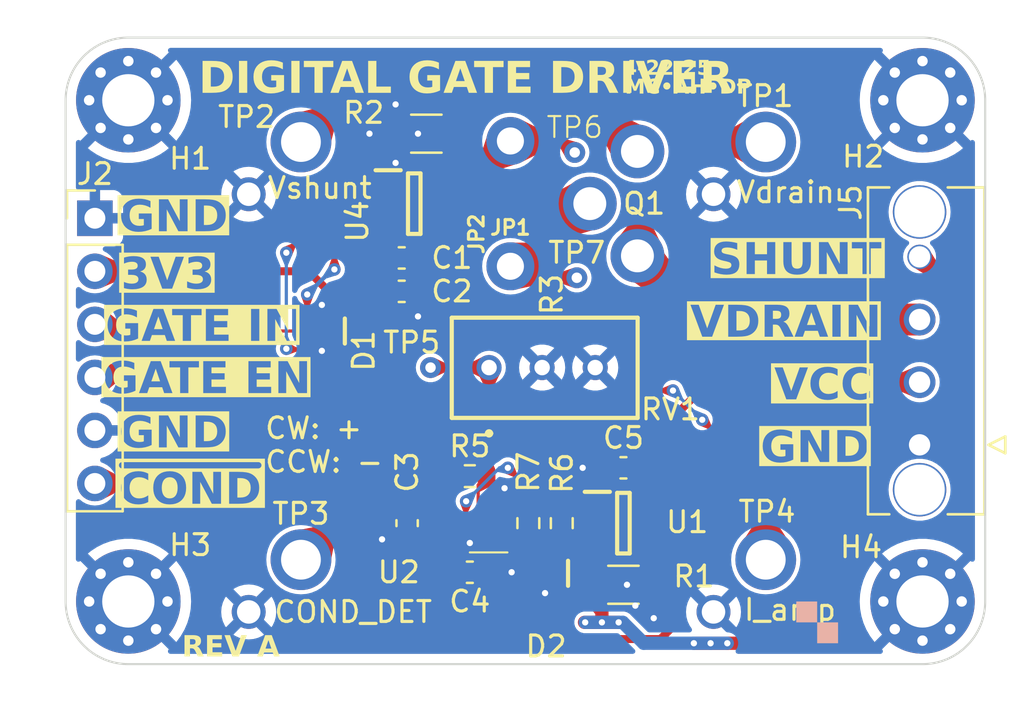
<source format=kicad_pcb>
(kicad_pcb (version 20240108) (generator "pcbnew") (generator_version "8.0")
  (layers (0 "F.Cu" signal) (31 "B.Cu" signal) (34 "B.Paste" user) (35 "F.Paste" user) (36 "B.SilkS" user "B.Silkscreen") (37 "F.SilkS" user "F.Silkscreen") (38 "B.Mask" user) (39 "F.Mask" user) (44 "Edge.Cuts" user))
  (net 0 "")
  (net 1 "GND")
  (net 2 "VCC")
  (net 3 "+3V3")
  (net 4 "/CONDUCTION_DETECT")
  (net 5 "/GATE_IN")
  (net 6 "/GATE_EN")
  (net 10 "/CURRENT_AMP")
  (net 11 "/SECONDARY_SHUNT+")
  (net 12 "/Vdrain")
  (net 13 "Net-(JP1-A)")
  (net 14 "Net-(JP1-B)")
  (net 15 "Net-(JP2-A)")
  (net 16 "Net-(Q1-S)")
  (net 17 "/Vref")
  (net 18 "Net-(R6-Pad2)")
  (footprint "MountingHole:MountingHole_2.5mm_Pad_Via" (layer "F.Cu") (at 136.140001 102.799998)
    (property "Reference" "H3" (at 2.959999 -2.699998 0) (layer "F.SilkS"))
    (property "Value" "MountingHole_Pad" (hide yes))
    (pad "1" thru_hole circle (at -1.875 0) (size 0.8 0.8) (drill 0.5) (layers "*.Cu" "*.Mask") (net 1 "GND"))
    (pad "1" thru_hole circle (at -1.325825 -1.325825) (size 0.8 0.8) (drill 0.5) (layers "*.Cu" "*.Mask") (net 1 "GND"))
    (pad "1" thru_hole circle (at -1.325825 1.325825) (size 0.8 0.8) (drill 0.5) (layers "*.Cu" "*.Mask") (net 1 "GND"))
    (pad "1" thru_hole circle (at 0 -1.875) (size 0.8 0.8) (drill 0.5) (layers "*.Cu" "*.Mask") (net 1 "GND"))
    (pad "1" thru_hole circle (at 0 0) (size 5 5) (drill 2.5) (layers "*.Cu" "*.Mask") (net 1 "GND"))
    (pad "1" thru_hole circle (at 0 1.875) (size 0.8 0.8) (drill 0.5) (layers "*.Cu" "*.Mask") (net 1 "GND"))
    (pad "1" thru_hole circle (at 1.325825 -1.325825) (size 0.8 0.8) (drill 0.5) (layers "*.Cu" "*.Mask") (net 1 "GND"))
    (pad "1" thru_hole circle (at 1.325825 1.325825) (size 0.8 0.8) (drill 0.5) (layers "*.Cu" "*.Mask") (net 1 "GND"))
    (pad "1" thru_hole circle (at 1.875 0) (size 0.8 0.8) (drill 0.5) (layers "*.Cu" "*.Mask") (net 1 "GND"))
  )
  (footprint "digital-gate-driver:TP_SMD" (layer "F.Cu") (at 150.6 91.6)
    (property "Reference" "TP5" (at -0.9 -1.2 0) (layer "F.SilkS"))
    (property "Value" "TestPoint_Probe" (hide yes))
    (pad "1" thru_hole circle (at 0 0) (size 1 1) (drill 0.5) (layers "*.Cu" "*.Mask") (net 17 "/Vref"))
  )
  (footprint "digital-gate-driver:ESDALC6V1W5" (layer "F.Cu") (at 145.4 90.8 -90)
    (property "Reference" "D1" (at 0 -2 90) (layer "F.SilkS"))
    (property "Value" "ESDALC6V1W5" (hide yes))
    (fp_line (start -1.55 -1.1) (end -0.35 -1.1) (stroke (width 0.2)) (layer "F.SilkS"))
    (pad "1" smd rect (at -0.95 -0.65) (size 0.4 1.2) (layers "F.Cu" "F.Paste" "F.Mask") (net 3 "+3V3"))
    (pad "2" smd rect (at -0.95 0) (size 0.4 1.2) (layers "F.Cu" "F.Paste" "F.Mask") (net 1 "GND"))
    (pad "3" smd rect (at -0.95 0.65) (size 0.4 1.2) (layers "F.Cu" "F.Paste" "F.Mask") (net 5 "/GATE_IN"))
    (pad "4" smd rect (at 0.95 0.65) (size 0.4 1.2) (layers "F.Cu" "F.Paste" "F.Mask") (net 6 "/GATE_EN"))
    (pad "5" smd rect (at 0.95 -0.65) (size 0.4 1.2) (layers "F.Cu" "F.Paste" "F.Mask") (net 4 "/CONDUCTION_DETECT"))
  )
  (footprint "digital-gate-driver:TP_SCOPE" (layer "F.Cu") (at 166.64 100.799999)
    (property "Reference" "TP4" (at 0.06 -2.299999 0) (layer "F.SilkS"))
    (property "Value" "~" (hide yes))
    (pad "1" thru_hole circle (at 0 0) (size 2.905 2.905) (drill 1.905) (layers "*.Cu" "*.Mask") (net 10 "/CURRENT_AMP"))
    (pad "2" thru_hole circle (at -2.5 2.5) (size 1.623 1.623) (drill 1.123) (layers "*.Cu" "*.Mask") (net 1 "GND"))
  )
  (footprint "Connector_PinHeader_2.54mm:PinHeader_1x06_P2.54mm_Vertical" (layer "F.Cu") (at 134.54 84.45)
    (property "Reference" "J2" (at 0 -2.12 0) (layer "F.SilkS"))
    (property "Value" "Conn_01x06_Pin" (hide yes))
    (fp_line (start -1.33 -1.33) (end 0 -1.33) (stroke (width 0.12)) (layer "F.SilkS"))
    (fp_line (start -1.33 0) (end -1.33 -1.33) (stroke (width 0.12)) (layer "F.SilkS"))
    (fp_line (start -1.33 1.27) (end -1.33 14.03) (stroke (width 0.12)) (layer "F.SilkS"))
    (fp_line (start -1.33 1.27) (end 1.33 1.27) (stroke (width 0.12)) (layer "F.SilkS"))
    (fp_line (start -1.33 14.03) (end 1.33 14.03) (stroke (width 0.12)) (layer "F.SilkS"))
    (fp_line (start 1.33 1.27) (end 1.33 14.03) (stroke (width 0.12)) (layer "F.SilkS"))
    (pad "1" thru_hole rect (at 0 0) (size 1.7 1.7) (drill 1) (layers "*.Cu" "*.Mask") (net 1 "GND"))
    (pad "2" thru_hole oval (at 0 2.54) (size 1.7 1.7) (drill 1) (layers "*.Cu" "*.Mask") (net 3 "+3V3"))
    (pad "3" thru_hole oval (at 0 5.08) (size 1.7 1.7) (drill 1) (layers "*.Cu" "*.Mask") (net 5 "/GATE_IN"))
    (pad "4" thru_hole oval (at 0 7.62) (size 1.7 1.7) (drill 1) (layers "*.Cu" "*.Mask") (net 6 "/GATE_EN"))
    (pad "5" thru_hole oval (at 0 10.16) (size 1.7 1.7) (drill 1) (layers "*.Cu" "*.Mask") (net 1 "GND"))
    (pad "6" thru_hole oval (at 0 12.7) (size 1.7 1.7) (drill 1) (layers "*.Cu" "*.Mask") (net 4 "/CONDUCTION_DETECT"))
  )
  (footprint "digital-gate-driver:TLV1871DDFR" (layer "F.Cu") (at 152.48 99.05 180)
    (property "Reference" "U2" (at 3.4 -2.35 0) (layer "F.SilkS"))
    (property "Value" "TLV1871" (hide yes))
    (fp_line (start 0 -1.4) (end -1.8 -1.4) (stroke (width 0.1)) (layer "F.SilkS"))
    (pad "1" smd roundrect (at -1.3 -0.975 180) (size 1.05 0.45) (layers "F.Cu" "F.Paste" "F.Mask") (roundrect_rratio 0.1111111111) (net 1 "GND"))
    (pad "2" smd roundrect (at -1.3 -0.325 180) (size 1.05 0.45) (layers "F.Cu" "F.Paste" "F.Mask") (roundrect_rratio 0.1111111111) (net 10 "/CURRENT_AMP"))
    (pad "3" smd roundrect (at -1.3 0.325 180) (size 1.05 0.45) (layers "F.Cu" "F.Paste" "F.Mask") (roundrect_rratio 0.1111111111) (net 17 "/Vref"))
    (pad "4" smd roundrect (at -1.3 0.975 180) (size 1.05 0.45) (layers "F.Cu" "F.Paste" "F.Mask") (roundrect_rratio 0.1111111111) (net 1 "GND"))
    (pad "5" smd roundrect (at 1.3 0.975 180) (size 1.05 0.45) (layers "F.Cu" "F.Paste" "F.Mask") (roundrect_rratio 0.1111111111))
    (pad "6" smd roundrect (at 1.3 0.325 180) (size 1.05 0.45) (layers "F.Cu" "F.Paste" "F.Mask") (roundrect_rratio 0.1111111111) (net 3 "+3V3"))
    (pad "7" smd roundrect (at 1.3 -0.325 180) (size 1.05 0.45) (layers "F.Cu" "F.Paste" "F.Mask") (roundrect_rratio 0.1111111111) (net 4 "/CONDUCTION_DETECT"))
    (pad "8" smd roundrect (at 1.3 -0.975 180) (size 1.05 0.45) (layers "F.Cu" "F.Paste" "F.Mask") (roundrect_rratio 0.1111111111) (net 2 "VCC"))
  )
  (footprint "Resistor_SMD:R_1206_3216Metric" (layer "F.Cu") (at 159.83 102)
    (property "Reference" "R1" (at 3.37 -0.4 360) (layer "F.SilkS"))
    (property "Value" "0.05" (hide yes))
    (fp_line (start -0.727064 -0.91) (end 0.727064 -0.91) (stroke (width 0.12)) (layer "F.SilkS"))
    (fp_line (start -0.727064 0.91) (end 0.727064 0.91) (stroke (width 0.12)) (layer "F.SilkS"))
    (pad "1" smd roundrect (at -1.4625 0) (size 1.125 1.75) (layers "F.Cu" "F.Paste" "F.Mask") (roundrect_rratio 0.222222) (net 11 "/SECONDARY_SHUNT+"))
    (pad "2" smd roundrect (at 1.4625 0) (size 1.125 1.75) (layers "F.Cu" "F.Paste" "F.Mask") (roundrect_rratio 0.222222) (net 1 "GND"))
  )
  (footprint "MountingHole:MountingHole_2.5mm_Pad_Via" (layer "F.Cu") (at 174.14 102.799999)
    (property "Reference" "H4" (at -2.94 -2.599999 0) (layer "F.SilkS"))
    (property "Value" "MountingHole_Pad" (hide yes))
    (pad "1" thru_hole circle (at -1.875 0) (size 0.8 0.8) (drill 0.5) (layers "*.Cu" "*.Mask") (net 1 "GND"))
    (pad "1" thru_hole circle (at -1.325825 -1.325825) (size 0.8 0.8) (drill 0.5) (layers "*.Cu" "*.Mask") (net 1 "GND"))
    (pad "1" thru_hole circle (at -1.325825 1.325825) (size 0.8 0.8) (drill 0.5) (layers "*.Cu" "*.Mask") (net 1 "GND"))
    (pad "1" thru_hole circle (at 0 -1.875) (size 0.8 0.8) (drill 0.5) (layers "*.Cu" "*.Mask") (net 1 "GND"))
    (pad "1" thru_hole circle (at 0 0) (size 5 5) (drill 2.5) (layers "*.Cu" "*.Mask") (net 1 "GND"))
    (pad "1" thru_hole circle (at 0 1.875) (size 0.8 0.8) (drill 0.5) (layers "*.Cu" "*.Mask") (net 1 "GND"))
    (pad "1" thru_hole circle (at 1.325825 -1.325825) (size 0.8 0.8) (drill 0.5) (layers "*.Cu" "*.Mask") (net 1 "GND"))
    (pad "1" thru_hole circle (at 1.325825 1.325825) (size 0.8 0.8) (drill 0.5) (layers "*.Cu" "*.Mask") (net 1 "GND"))
    (pad "1" thru_hole circle (at 1.875 0) (size 0.8 0.8) (drill 0.5) (layers "*.Cu" "*.Mask") (net 1 "GND"))
  )
  (footprint "Capacitor_SMD:C_0603_1608Metric" (layer "F.Cu") (at 159.83 96.4)
    (property "Reference" "C5" (at 0 -1.43 0) (layer "F.SilkS"))
    (property "Value" "100nF" (hide yes))
    (fp_line (start -0.14058 -0.51) (end 0.14058 -0.51) (stroke (width 0.12)) (layer "F.SilkS"))
    (fp_line (start -0.14058 0.51) (end 0.14058 0.51) (stroke (width 0.12)) (layer "F.SilkS"))
    (pad "1" smd roundrect (at -0.775 0) (size 0.9 0.95) (layers "F.Cu" "F.Paste" "F.Mask") (net 1 "GND"))
    (pad "2" smd roundrect (at 0.775 0) (size 0.9 0.95) (layers "F.Cu" "F.Paste" "F.Mask") (net 2 "VCC"))
  )
  (footprint "digital-gate-driver:UCC2753DBVT" (layer "F.Cu") (at 149.821726 83.7505)
    (property "Reference" "U4" (at -2.721726 0.8495 90) (layer "F.SilkS"))
    (property "Value" "UCC27531" (hide yes))
    (fp_line (start -1.85 -1.6) (end -0.65 -1.6) (stroke (width 0.2)) (layer "F.SilkS"))
    (fp_line (start -0.3 -1.45) (end 0.3 -1.45) (stroke (width 0.2)) (layer "F.SilkS"))
    (fp_line (start -0.3 1.45) (end -0.3 -1.45) (stroke (width 0.2)) (layer "F.SilkS"))
    (fp_line (start 0.3 -1.45) (end 0.3 1.45) (stroke (width 0.2)) (layer "F.SilkS"))
    (fp_line (start 0.3 1.45) (end -0.3 1.45) (stroke (width 0.2)) (layer "F.SilkS"))
    (pad "1" smd rect (at -1.25 -0.95 90) (size 0.6 1.2) (layers "F.Cu" "F.Paste" "F.Mask") (net 6 "/GATE_EN"))
    (pad "2" smd rect (at -1.25 0 90) (size 0.6 1.2) (layers "F.Cu" "F.Paste" "F.Mask") (net 5 "/GATE_IN"))
    (pad "3" smd rect (at -1.25 0.95 90) (size 0.6 1.2) (layers "F.Cu" "F.Paste" "F.Mask") (net 2 "VCC"))
    (pad "4" smd rect (at 1.25 0.95 90) (size 0.6 1.2) (layers "F.Cu" "F.Paste" "F.Mask") (net 1 "GND"))
    (pad "5" smd rect (at 1.25 0 90) (size 0.6 1.2) (layers "F.Cu" "F.Paste" "F.Mask") (net 13 "Net-(JP1-A)"))
    (pad "6" smd rect (at 1.25 -0.95 90) (size 0.6 1.2) (layers "F.Cu" "F.Paste" "F.Mask") (net 15 "Net-(JP2-A)"))
  )
  (footprint "MountingHole:MountingHole_2.5mm_Pad_Via" (layer "F.Cu") (at 136.14 78.799999)
    (property "Reference" "H1" (at 2.96 2.800001 0) (layer "F.SilkS"))
    (property "Value" "MountingHole_Pad" (hide yes))
    (pad "1" thru_hole circle (at -1.875 0) (size 0.8 0.8) (drill 0.5) (layers "*.Cu" "*.Mask") (net 1 "GND"))
    (pad "1" thru_hole circle (at -1.325825 -1.325825) (size 0.8 0.8) (drill 0.5) (layers "*.Cu" "*.Mask") (net 1 "GND"))
    (pad "1" thru_hole circle (at -1.325825 1.325825) (size 0.8 0.8) (drill 0.5) (layers "*.Cu" "*.Mask") (net 1 "GND"))
    (pad "1" thru_hole circle (at 0 -1.875) (size 0.8 0.8) (drill 0.5) (layers "*.Cu" "*.Mask") (net 1 "GND"))
    (pad "1" thru_hole circle (at 0 0) (size 5 5) (drill 2.5) (layers "*.Cu" "*.Mask") (net 1 "GND"))
    (pad "1" thru_hole circle (at 0 1.875) (size 0.8 0.8) (drill 0.5) (layers "*.Cu" "*.Mask") (net 1 "GND"))
    (pad "1" thru_hole circle (at 1.325825 -1.325825) (size 0.8 0.8) (drill 0.5) (layers "*.Cu" "*.Mask") (net 1 "GND"))
    (pad "1" thru_hole circle (at 1.325825 1.325825) (size 0.8 0.8) (drill 0.5) (layers "*.Cu" "*.Mask") (net 1 "GND"))
    (pad "1" thru_hole circle (at 1.875 0) (size 0.8 0.8) (drill 0.5) (layers "*.Cu" "*.Mask") (net 1 "GND"))
  )
  (footprint "Resistor_SMD:R_0603_1608Metric" (layer "F.Cu") (at 155.28 99.05 90)
    (property "Reference" "R7" (at 2.45 0 90) (layer "F.SilkS"))
    (property "Value" "32k" (hide yes))
    (fp_line (start -0.237258 -0.5225) (end 0.237258 -0.5225) (stroke (width 0.12)) (layer "F.SilkS"))
    (fp_line (start -0.237258 0.5225) (end 0.237258 0.5225) (stroke (width 0.12)) (layer "F.SilkS"))
    (pad "1" smd roundrect (at -0.825 0 90) (size 0.8 0.95) (layers "F.Cu" "F.Paste" "F.Mask") (net 10 "/CURRENT_AMP"))
    (pad "2" smd roundrect (at 0.825 0 90) (size 0.8 0.95) (layers "F.Cu" "F.Paste" "F.Mask") (net 4 "/CONDUCTION_DETECT"))
  )
  (footprint "Resistor_SMD:R_0603_1608Metric" (layer "F.Cu") (at 152.48 96.8)
    (property "Reference" "R5" (at 0 -1.43 0) (layer "F.SilkS"))
    (property "Value" "32k" (hide yes))
    (fp_line (start -0.237258 -0.5225) (end 0.237258 -0.5225) (stroke (width 0.12)) (layer "F.SilkS"))
    (fp_line (start -0.237258 0.5225) (end 0.237258 0.5225) (stroke (width 0.12)) (layer "F.SilkS"))
    (pad "1" smd roundrect (at -0.825 0) (size 0.8 0.95) (layers "F.Cu" "F.Paste" "F.Mask") (net 3 "+3V3"))
    (pad "2" smd roundrect (at 0.825 0) (size 0.8 0.95) (layers "F.Cu" "F.Paste" "F.Mask") (net 17 "/Vref"))
  )
  (footprint "Resistor_SMD:R_0603_1608Metric" (layer "F.Cu") (at 156.88 99.05 90)
    (property "Reference" "R6" (at 2.4 0 90) (layer "F.SilkS"))
    (property "Value" "1k" (hide yes))
    (fp_line (start -0.237258 -0.5225) (end 0.237258 -0.5225) (stroke (width 0.12)) (layer "F.SilkS"))
    (fp_line (start -0.237258 0.5225) (end 0.237258 0.5225) (stroke (width 0.12)) (layer "F.SilkS"))
    (pad "1" smd roundrect (at -0.825 0 90) (size 0.8 0.95) (layers "F.Cu" "F.Paste" "F.Mask") (net 10 "/CURRENT_AMP"))
    (pad "2" smd roundrect (at 0.825 0 90) (size 0.8 0.95) (layers "F.Cu" "F.Paste" "F.Mask") (net 18 "Net-(R6-Pad2)"))
  )
  (footprint "digital-gate-driver:INA180A1IDBVR" (layer "F.Cu") (at 159.83 99.05)
    (property "Reference" "U1" (at 3.05 -0.05 0) (layer "F.SilkS"))
    (property "Value" "INA180A1" (hide yes))
    (fp_line (start -1.85 -1.5) (end -0.65 -1.5) (stroke (width 0.2)) (layer "F.SilkS"))
    (fp_line (start -0.3 -1.45) (end 0.3 -1.45) (stroke (width 0.2)) (layer "F.SilkS"))
    (fp_line (start -0.3 1.45) (end -0.3 -1.45) (stroke (width 0.2)) (layer "F.SilkS"))
    (fp_line (start 0.3 -1.45) (end 0.3 1.45) (stroke (width 0.2)) (layer "F.SilkS"))
    (fp_line (start 0.3 1.45) (end -0.3 1.45) (stroke (width 0.2)) (layer "F.SilkS"))
    (pad "1" smd rect (at -1.25 -0.95 90) (size 0.6 1.2) (layers "F.Cu" "F.Paste" "F.Mask") (net 18 "Net-(R6-Pad2)"))
    (pad "2" smd rect (at -1.25 0 90) (size 0.6 1.2) (layers "F.Cu" "F.Paste" "F.Mask") (net 1 "GND"))
    (pad "3" smd rect (at -1.25 0.95 90) (size 0.6 1.2) (layers "F.Cu" "F.Paste" "F.Mask") (net 11 "/SECONDARY_SHUNT+"))
    (pad "4" smd rect (at 1.25 0.95 90) (size 0.6 1.2) (layers "F.Cu" "F.Paste" "F.Mask") (net 1 "GND"))
    (pad "5" smd rect (at 1.25 -0.95 90) (size 0.6 1.2) (layers "F.Cu" "F.Paste" "F.Mask") (net 2 "VCC"))
  )
  (footprint "Capacitor_SMD:C_0603_1608Metric" (layer "F.Cu") (at 149.48 99.05 90)
    (property "Reference" "C3" (at 2.45 0 90) (layer "F.SilkS"))
    (property "Value" "100nF" (hide yes))
    (fp_line (start -0.14058 -0.51) (end 0.14058 -0.51) (stroke (width 0.12)) (layer "F.SilkS"))
    (fp_line (start -0.14058 0.51) (end 0.14058 0.51) (stroke (width 0.12)) (layer "F.SilkS"))
    (pad "1" smd roundrect (at -0.775 0 90) (size 0.9 0.95) (layers "F.Cu" "F.Paste" "F.Mask") (net 1 "GND"))
    (pad "2" smd roundrect (at 0.775 0 90) (size 0.9 0.95) (layers "F.Cu" "F.Paste" "F.Mask") (net 3 "+3V3"))
  )
  (footprint "Capacitor_SMD:C_0603_1608Metric" (layer "F.Cu") (at 152.48 101.4)
    (property "Reference" "C4" (at 0 1.4 0) (layer "F.SilkS"))
    (property "Value" "100nF" (hide yes))
    (fp_line (start -0.14058 -0.51) (end 0.14058 -0.51) (stroke (width 0.12)) (layer "F.SilkS"))
    (fp_line (start -0.14058 0.51) (end 0.14058 0.51) (stroke (width 0.12)) (layer "F.SilkS"))
    (pad "1" smd roundrect (at -0.775 0) (size 0.9 0.95) (layers "F.Cu" "F.Paste" "F.Mask") (net 2 "VCC"))
    (pad "2" smd roundrect (at 0.775 0) (size 0.9 0.95) (layers "F.Cu" "F.Paste" "F.Mask") (net 1 "GND"))
  )
  (footprint "digital-gate-driver:SolderJumper-2_Open_Hooks0.8x1.8mm" (layer "F.Cu") (at 152.671726 83.2005 90)
    (property "Reference" "JP2" (at -1.9995 0.128274 90) (layer "F.SilkS") (effects (font (size 0.7 0.7))))
    (property "Value" "Jumper_2_Small_Open" (hide yes))
    (pad "1" smd custom (at -0.075 0.3 90) (size 0.1 0.1) (layers "F.Cu" "F.Mask") (net 15 "Net-(JP2-A)") (options (clearance outline) (anchor circle)) (primitives (gr_poly (pts (xy 0.5515 0.1) (xy -0.2485 0.1) (xy -0.2485 -0.345) (xy -0.245 -0.3485) (xy -0.005 -0.3485) (xy -0.0015 -0.345) (arc (start -0.0015 -0.255) (mid 0.044338 -0.144338) (end 0.155 -0.0985)) (arc (start 0.395 -0.0985) (mid 0.505662 -0.144338) (end 0.5515 -0.255))) (width 0) (fill yes))))
    (pad "1" smd custom (at 0.65 -0.05 90) (size 0.1 0.1) (layers "F.Cu" "F.Mask") (net 15 "Net-(JP2-A)") (options (clearance outline) (anchor circle)) (primitives (gr_poly (pts (xy -0.05 -0.025) (xy -0.048097 -0.034567) (xy -0.042678 -0.042678) (xy -0.034567 -0.048097) (xy -0.025 -0.05) (xy 0.025 -0.05) (xy 0.034567 -0.048097) (xy 0.042678 -0.042678) (xy 0.048097 -0.034567) (xy 0.05 -0.025) (xy 0.05 0.025) (xy 0.048097 0.034567) (xy 0.042678 0.042678) (xy 0.034567 0.048097) (xy 0.025 0.05) (xy -0.025 0.05) (xy -0.034567 0.048097) (xy -0.042678 0.042678) (xy -0.048097 0.034567) (xy -0.05 0.025)) (width 0) (fill yes)) (gr_poly (pts (xy -0.1735 0.45) (xy -0.1735 -0.35) (arc (start 0.17 -0.35) (mid 0.226569 -0.326569) (end 0.25 -0.27)) (arc (start 0.25 0.37) (mid 0.226569 0.426569) (end 0.17 0.45))) (width 0) (fill yes))))
    (pad "2" smd custom (at -0.65 -0.025 90) (size 0.1 0.1) (layers "F.Cu" "F.Mask") (net 13 "Net-(JP1-A)") (options (clearance outline) (anchor circle)) (primitives (gr_poly (pts (xy -0.05 -0.025) (xy -0.048097 -0.034567) (xy -0.042678 -0.042678) (xy -0.034567 -0.048097) (xy -0.025 -0.05) (xy 0.025 -0.05) (xy 0.034567 -0.048097) (xy 0.042678 -0.042678) (xy 0.048097 -0.034567) (xy 0.05 -0.025) (xy 0.05 0.025) (xy 0.048097 0.034567) (xy 0.042678 0.042678) (xy 0.034567 0.048097) (xy 0.025 0.05) (xy -0.025 0.05) (xy -0.034567 0.048097) (xy -0.042678 0.042678) (xy -0.048097 0.034567) (xy -0.05 0.025)) (width 0) (fill yes)) (gr_poly (pts (xy 0.1735 -0.375) (xy 0.1735 0.425) (arc (start -0.17 0.425) (mid -0.226569 0.401569) (end -0.25 0.345)) (arc (start -0.25 -0.295) (mid -0.226569 -0.351569) (end -0.17 -0.375))) (width 0) (fill yes))))
    (pad "2" smd custom (at 0.125 -0.275 90) (size 0.1 0.1) (layers "F.Cu" "F.Mask") (net 13 "Net-(JP1-A)") (options (clearance outline) (anchor circle)) (primitives (gr_poly (pts (xy -0.045 0.3235) (xy -0.0485 0.32) (arc (start -0.0485 0.23) (mid -0.094338 0.119338) (end -0.205 0.0735)) (arc (start -0.445 0.0735) (mid -0.555662 0.119338) (end -0.6015 0.23)) (xy -0.6015 -0.125) (xy 0.1985 -0.125) (xy 0.1985 0.32) (xy 0.195 0.3235)) (width 0) (fill yes))))
  )
  (footprint "digital-gate-driver:ESDALC6V1W5" (layer "F.Cu") (at 156.08 102.4 -90)
    (property "Reference" "D2" (at 2.55 -0.05 360) (layer "F.SilkS"))
    (property "Value" "ESDALC6V1W5" (hide yes))
    (fp_line (start -1.55 -1.1) (end -0.35 -1.1) (stroke (width 0.2)) (layer "F.SilkS"))
    (pad "1" smd rect (at -0.95 -0.65) (size 0.4 1.2) (layers "F.Cu" "F.Paste" "F.Mask") (net 10 "/CURRENT_AMP"))
    (pad "2" smd rect (at -0.95 0) (size 0.4 1.2) (layers "F.Cu" "F.Paste" "F.Mask") (net 1 "GND"))
    (pad "3" smd rect (at -0.95 0.65) (size 0.4 1.2) (layers "F.Cu" "F.Paste" "F.Mask"))
    (pad "4" smd rect (at 0.95 0.65) (size 0.4 1.2) (layers "F.Cu" "F.Paste" "F.Mask"))
    (pad "5" smd rect (at 0.95 -0.65) (size 0.4 1.2) (layers "F.Cu" "F.Paste" "F.Mask"))
  )
  (footprint "MountingHole:MountingHole_2.5mm_Pad_Via" (layer "F.Cu") (at 174.14 78.799999)
    (property "Reference" "H2" (at -2.84 2.700001 0) (layer "F.SilkS"))
    (property "Value" "MountingHole_Pad" (hide yes))
    (pad "1" thru_hole circle (at -1.875 0) (size 0.8 0.8) (drill 0.5) (layers "*.Cu" "*.Mask") (net 1 "GND"))
    (pad "1" thru_hole circle (at -1.325825 -1.325825) (size 0.8 0.8) (drill 0.5) (layers "*.Cu" "*.Mask") (net 1 "GND"))
    (pad "1" thru_hole circle (at -1.325825 1.325825) (size 0.8 0.8) (drill 0.5) (layers "*.Cu" "*.Mask") (net 1 "GND"))
    (pad "1" thru_hole circle (at 0 -1.875) (size 0.8 0.8) (drill 0.5) (layers "*.Cu" "*.Mask") (net 1 "GND"))
    (pad "1" thru_hole circle (at 0 0) (size 5 5) (drill 2.5) (layers "*.Cu" "*.Mask") (net 1 "GND"))
    (pad "1" thru_hole circle (at 0 1.875) (size 0.8 0.8) (drill 0.5) (layers "*.Cu" "*.Mask") (net 1 "GND"))
    (pad "1" thru_hole circle (at 1.325825 -1.325825) (size 0.8 0.8) (drill 0.5) (layers "*.Cu" "*.Mask") (net 1 "GND"))
    (pad "1" thru_hole circle (at 1.325825 1.325825) (size 0.8 0.8) (drill 0.5) (layers "*.Cu" "*.Mask") (net 1 "GND"))
    (pad "1" thru_hole circle (at 1.875 0) (size 0.8 0.8) (drill 0.5) (layers "*.Cu" "*.Mask") (net 1 "GND"))
  )
  (footprint "Capacitor_SMD:C_0603_1608Metric" (layer "F.Cu") (at 149.221726 86.3505)
    (property "Reference" "C1" (at 2.4 0 0) (layer "F.SilkS"))
    (property "Value" "100nF" (hide yes))
    (fp_line (start -0.14058 -0.51) (end 0.14058 -0.51) (stroke (width 0.12)) (layer "F.SilkS"))
    (fp_line (start -0.14058 0.51) (end 0.14058 0.51) (stroke (width 0.12)) (layer "F.SilkS"))
    (pad "1" smd roundrect (at -0.775 0) (size 0.9 0.95) (layers "F.Cu" "F.Paste" "F.Mask") (net 2 "VCC"))
    (pad "2" smd roundrect (at 0.775 0) (size 0.9 0.95) (layers "F.Cu" "F.Paste" "F.Mask") (net 1 "GND"))
  )
  (footprint "digital-gate-driver:THT_SOCKET_RESISTOR" (layer "F.Cu") (at 154.421726 83.7505 -90)
    (property "Reference" "R3" (at 4.3495 -1.978274 90) (layer "F.SilkS"))
    (property "Value" "33" (hide yes))
    (pad "1" thru_hole circle (at -3 0 270) (size 2.2954 2.2954) (drill 1.2954) (layers "*.Cu" "*.Mask") (net 15 "Net-(JP2-A)"))
    (pad "2" thru_hole circle (at 3 0 270) (size 2.2954 2.2954) (drill 1.2954) (layers "*.Cu" "*.Mask") (net 14 "Net-(JP1-B)"))
  )
  (footprint "digital-gate-driver:PV36W201C01B00" (layer "F.Cu") (at 153.4 91.6 -90)
    (property "Reference" "RV1" (at 2 -8.68 180) (layer "F.SilkS"))
    (property "Value" "2k" (hide yes))
    (fp_line (start -2.389 1.784) (end -2.389 -7.11) (stroke (width 0.2)) (layer "F.SilkS"))
    (fp_line (start 2.41 1.784) (end -2.389 1.784) (stroke (width 0.2)) (layer "F.SilkS"))
    (fp_line (start 3.151 0.1) (end 3.151 0.1) (stroke (width 0.2)) (layer "F.SilkS"))
    (fp_line (start 3.151 -0.1) (end 3.151 -0.1) (stroke (width 0.2)) (layer "F.SilkS"))
    (fp_line (start -2.389 -7.11) (end 2.41 -7.11) (stroke (width 0.2)) (layer "F.SilkS"))
    (fp_line (start 2.41 -7.11) (end 2.41 1.784) (stroke (width 0.2)) (layer "F.SilkS"))
    (fp_arc (start 3.151 0.1) (mid 3.051 0) (end 3.151 -0.1) (stroke (width 0.2)) (layer "F.SilkS"))
    (fp_arc (start 3.151 -0.1) (mid 3.251 0) (end 3.151 0.1) (stroke (width 0.2)) (layer "F.SilkS"))
    (pad "1" thru_hole circle (at 0 0 270) (size 1.2 1.2) (drill 0.74) (layers "*.Cu" "*.Mask") (net 17 "/Vref"))
    (pad "2" thru_hole circle (at 0 -2.54 270) (size 1.2 1.2) (drill 0.74) (layers "*.Cu" "*.Mask") (net 1 "GND"))
    (pad "3" thru_hole circle (at 0 -5.08 270) (size 1.2 1.2) (drill 0.74) (layers "*.Cu" "*.Mask") (net 1 "GND"))
  )
  (footprint "digital-gate-driver:TP_SCOPE" (layer "F.Cu") (at 166.64 80.799999)
    (property "Reference" "TP1" (at -0.04 -2.199999 0) (layer "F.SilkS"))
    (property "Value" "~" (hide yes))
    (pad "1" thru_hole circle (at 0 0) (size 2.905 2.905) (drill 1.905) (layers "*.Cu" "*.Mask") (net 12 "/Vdrain"))
    (pad "2" thru_hole circle (at -2.5 2.5) (size 1.623 1.623) (drill 1.123) (layers "*.Cu" "*.Mask") (net 1 "GND"))
  )
  (footprint "digital-gate-driver:MOLEX_436500418" (layer "F.Cu") (at 174 95.3 -90)
    (property "Reference" "J5" (at -11.6 3.3 90) (layer "F.SilkS"))
    (property "Value" "Conn_01x04_Socket" (hide yes))
    (fp_line (start -12.325 2.47) (end -12.325 1.45) (stroke (width 0.127)) (layer "F.SilkS"))
    (fp_line (start 3.325 2.47) (end -12.325 2.47) (stroke (width 0.127)) (layer "F.SilkS"))
    (fp_line (start 3.325 2.47) (end 3.325 1.45) (stroke (width 0.127)) (layer "F.SilkS"))
    (fp_line (start -12.325 -3.1) (end -12.325 -1.35) (stroke (width 0.127)) (layer "F.SilkS"))
    (fp_line (start -12.325 -3.1) (end 3.325 -3.1) (stroke (width 0.127)) (layer "F.SilkS"))
    (fp_line (start 3.325 -3.1) (end 3.325 -1.35) (stroke (width 0.127)) (layer "F.SilkS"))
    (fp_line (start 0 -3.3) (end -0.4 -4.1) (stroke (width 0.127)) (layer "F.SilkS"))
    (fp_line (start -0.4 -4.1) (end 0.4 -4.1) (stroke (width 0.127)) (layer "F.SilkS"))
    (fp_line (start 0.4 -4.1) (end 0 -3.3) (stroke (width 0.127)) (layer "F.SilkS"))
    (pad "1" thru_hole rect (at 0 0 270) (size 1.17 1.17) (drill 1.02) (layers "*.Cu") (net 1 "GND"))
    (pad "2" thru_hole circle (at -3 0 270) (size 1.52 1.52) (drill 1.02) (layers "*.Cu") (net 2 "VCC"))
    (pad "3" thru_hole circle (at -6 0 270) (size 1.52 1.52) (drill 1.02) (layers "*.Cu") (net 12 "/Vdrain"))
    (pad "4" thru_hole circle (at -9 0 270) (size 1.17 1.17) (drill 1.02) (layers "*.Cu") (net 11 "/SECONDARY_SHUNT+"))
    (pad "S1" thru_hole circle (at 2.15 0 270) (size 2.56 2.56) (drill 2.41) (layers "*.Cu"))
    (pad "S2" thru_hole circle (at -11.15 0 270) (size 2.56 2.56) (drill 2.41) (layers "*.Cu"))
  )
  (footprint "digital-gate-driver:TP_SMD" (layer "F.Cu") (at 157.6 87.3)
    (property "Reference" "TP7" (at 0 -1.2 0) (layer "F.SilkS"))
    (property "Value" "TestPoint_Probe" (hide yes))
    (pad "1" thru_hole circle (at 0 0) (size 1 1) (drill 0.5) (layers "*.Cu" "*.Mask") (net 14 "Net-(JP1-B)"))
  )
  (footprint "digital-gate-driver:TP_SCOPE" (layer "F.Cu") (at 144.4 80.799999)
    (property "Reference" "TP2" (at -2.6 -1.199999 0) (layer "F.SilkS"))
    (property "Value" "~" (hide yes))
    (pad "1" thru_hole circle (at 0 0) (size 2.905 2.905) (drill 1.905) (layers "*.Cu" "*.Mask") (net 16 "Net-(Q1-S)"))
    (pad "2" thru_hole circle (at -2.5 2.5) (size 1.623 1.623) (drill 1.123) (layers "*.Cu" "*.Mask") (net 1 "GND"))
  )
  (footprint "Capacitor_SMD:C_0603_1608Metric" (layer "F.Cu") (at 149.221726 87.9505)
    (property "Reference" "C2" (at 2.4 0 0) (layer "F.SilkS"))
    (property "Value" "1uF" (hide yes))
    (fp_line (start -0.14058 -0.51) (end 0.14058 -0.51) (stroke (width 0.12)) (layer "F.SilkS"))
    (fp_line (start -0.14058 0.51) (end 0.14058 0.51) (stroke (width 0.12)) (layer "F.SilkS"))
    (pad "1" smd roundrect (at -0.775 0) (size 0.9 0.95) (layers "F.Cu" "F.Paste" "F.Mask") (net 2 "VCC"))
    (pad "2" smd roundrect (at 0.775 0) (size 0.9 0.95) (layers "F.Cu" "F.Paste" "F.Mask") (net 1 "GND"))
  )
  (footprint "digital-gate-driver:TP_SCOPE" (layer "F.Cu") (at 144.4 100.799999)
    (property "Reference" "TP3" (at 0 -2.199999 0) (layer "F.SilkS"))
    (property "Value" "~" (hide yes))
    (pad "1" thru_hole circle (at 0 0) (size 2.905 2.905) (drill 1.905) (layers "*.Cu" "*.Mask") (net 4 "/CONDUCTION_DETECT"))
    (pad "2" thru_hole circle (at -2.5 2.5) (size 1.623 1.623) (drill 1.123) (layers "*.Cu" "*.Mask") (net 1 "GND"))
  )
  (footprint "digital-gate-driver:TP_SMD" (layer "F.Cu") (at 157.5 81.3)
    (property "Reference" "TP6" (at 0 -1.2 0) (layer "F.SilkS") (effects (font (thickness 0.1))))
    (property "Value" "TestPoint_Probe" (hide yes))
    (pad "1" thru_hole circle (at 0 0) (size 1 1) (drill 0.5) (layers "*.Cu" "*.Mask") (net 15 "Net-(JP2-A)"))
  )
  (footprint "digital-gate-driver:FDP61N20" (layer "F.Cu") (at 160.5 83.7505 180)
    (property "Reference" "Q1" (at -0.321726 0 0) (layer "F.SilkS"))
    (property "Value" "FDP61N20" (hide yes))
    (pad "1" thru_hole circle (at 0 -2.5 180) (size 2.5748 2.5748) (drill 1.5748) (layers "*.Cu" "*.Mask") (net 12 "/Vdrain"))
    (pad "2" thru_hole circle (at 2.278274 0 180) (size 2.5748 2.5748) (drill 1.5748) (layers "*.Cu" "*.Mask") (net 14 "Net-(JP1-B)"))
    (pad "3" thru_hole circle (at 0 2.5 180) (size 2.5748 2.5748) (drill 1.5748) (layers "*.Cu" "*.Mask") (net 16 "Net-(Q1-S)"))
  )
  (footprint "digital-gate-driver:SolderJumper-2_Open_Hooks0.8x1.8mm" (layer "F.Cu") (at 154.421726 83.7505 180)
    (property "Reference" "JP1" (at 0 -1.1495 0) (layer "F.SilkS") (effects (font (size 0.7 0.7))))
    (property "Value" "Jumper_2_Small_Open" (hide yes))
    (pad "1" smd custom (at -0.075 0.3 180) (size 0.1 0.1) (layers "F.Cu" "F.Mask") (net 13 "Net-(JP1-A)") (options (clearance outline) (anchor circle)) (primitives (gr_poly (pts (xy 0.5515 0.1) (xy -0.2485 0.1) (xy -0.2485 -0.345) (xy -0.245 -0.3485) (xy -0.005 -0.3485) (xy -0.0015 -0.345) (arc (start -0.0015 -0.255) (mid 0.044338 -0.144338) (end 0.155 -0.0985)) (arc (start 0.395 -0.0985) (mid 0.505662 -0.144338) (end 0.5515 -0.255))) (width 0) (fill yes))))
    (pad "1" smd custom (at 0.65 -0.05 180) (size 0.1 0.1) (layers "F.Cu" "F.Mask") (net 13 "Net-(JP1-A)") (options (clearance outline) (anchor circle)) (primitives (gr_poly (pts (xy -0.05 -0.025) (xy -0.048097 -0.034567) (xy -0.042678 -0.042678) (xy -0.034567 -0.048097) (xy -0.025 -0.05) (xy 0.025 -0.05) (xy 0.034567 -0.048097) (xy 0.042678 -0.042678) (xy 0.048097 -0.034567) (xy 0.05 -0.025) (xy 0.05 0.025) (xy 0.048097 0.034567) (xy 0.042678 0.042678) (xy 0.034567 0.048097) (xy 0.025 0.05) (xy -0.025 0.05) (xy -0.034567 0.048097) (xy -0.042678 0.042678) (xy -0.048097 0.034567) (xy -0.05 0.025)) (width 0) (fill yes)) (gr_poly (pts (xy -0.1735 0.45) (xy -0.1735 -0.35) (arc (start 0.17 -0.35) (mid 0.226569 -0.326569) (end 0.25 -0.27)) (arc (start 0.25 0.37) (mid 0.226569 0.426569) (end 0.17 0.45))) (width 0) (fill yes))))
    (pad "2" smd custom (at -0.65 -0.025 180) (size 0.1 0.1) (layers "F.Cu" "F.Mask") (net 14 "Net-(JP1-B)") (options (clearance outline) (anchor circle)) (primitives (gr_poly (pts (xy -0.05 -0.025) (xy -0.048097 -0.034567) (xy -0.042678 -0.042678) (xy -0.034567 -0.048097) (xy -0.025 -0.05) (xy 0.025 -0.05) (xy 0.034567 -0.048097) (xy 0.042678 -0.042678) (xy 0.048097 -0.034567) (xy 0.05 -0.025) (xy 0.05 0.025) (xy 0.048097 0.034567) (xy 0.042678 0.042678) (xy 0.034567 0.048097) (xy 0.025 0.05) (xy -0.025 0.05) (xy -0.034567 0.048097) (xy -0.042678 0.042678) (xy -0.048097 0.034567) (xy -0.05 0.025)) (width 0) (fill yes)) (gr_poly (pts (xy 0.1735 -0.375) (xy 0.1735 0.425) (arc (start -0.17 0.425) (mid -0.226569 0.401569) (end -0.25 0.345)) (arc (start -0.25 -0.295) (mid -0.226569 -0.351569) (end -0.17 -0.375))) (width 0) (fill yes))))
    (pad "2" smd custom (at 0.125 -0.275 180) (size 0.1 0.1) (layers "F.Cu" "F.Mask") (net 14 "Net-(JP1-B)") (options (clearance outline) (anchor circle)) (primitives (gr_poly (pts (xy -0.045 0.3235) (xy -0.0485 0.32) (arc (start -0.0485 0.23) (mid -0.094338 0.119338) (end -0.205 0.0735)) (arc (start -0.445 0.0735) (mid -0.555662 0.119338) (end -0.6015 0.23)) (xy -0.6015 -0.125) (xy 0.1985 -0.125) (xy 0.1985 0.32) (xy 0.195 0.3235)) (width 0) (fill yes))))
  )
  (footprint "Resistor_SMD:R_1206_3216Metric" (layer "F.Cu") (at 150.4 80.4 180)
    (property "Reference" "R2" (at 3 1 360) (layer "F.SilkS"))
    (property "Value" "0.05" (hide yes))
    (fp_line (start -0.727064 0.91) (end 0.727064 0.91) (stroke (width 0.12)) (layer "F.SilkS"))
    (fp_line (start -0.727064 -0.91) (end 0.727064 -0.91) (stroke (width 0.12)) (layer "F.SilkS"))
    (pad "1" smd roundrect (at -1.4625 0 180) (size 1.125 1.75) (layers "F.Cu" "F.Paste" "F.Mask") (roundrect_rratio 0.222222) (net 16 "Net-(Q1-S)"))
    (pad "2" smd roundrect (at 1.4625 0 180) (size 1.125 1.75) (layers "F.Cu" "F.Paste" "F.Mask") (roundrect_rratio 0.222222) (net 1 "GND"))
  )
  (gr_rect (start 169.1 103.8) (end 170.1 104.8) (fill solid) (layer "B.SilkS"))
  (gr_rect (start 168.1 102.8) (end 169.1 103.8) (fill solid) (layer "B.SilkS"))
  (gr_poly (pts (arc (start 174.14 105.799999) (mid 176.26132 104.921319) (end 177.14 102.799999)) (arc (start 177.14 78.799999) (mid 176.26132 76.678679) (end 174.14 75.799999)) (arc (start 136.140001 75.799999) (mid 134.01868 76.678679) (end 133.14 78.8)) (arc (start 133.14 102.799998) (mid 134.01868 104.921319) (end 136.140001 105.799999))) (stroke (width 0.1)) (fill none) (layer "Edge.Cuts"))
  (gr_text "SHUNT" (at 168.1 86.5 0) (layer "F.SilkS" knockout) (effects (font (size 1.5 1.5) (thickness 0.3) (bold yes))))
  (gr_text "GND" (at 138.3 94.8 0) (layer "F.SilkS" knockout) (effects (font (size 1.5 1.5) (thickness 0.3) (bold yes))))
  (gr_text "4-22-25" (at 159.8 77.7 0) (layer "F.SilkS") (effects (font (size 0.7 0.7) (thickness 0.175) (bold yes)) (justify left bottom)))
  (gr_text "Vdrain" (at 167.6 83.2 0) (layer "F.SilkS") (effects (font (size 1 1))))
  (gr_text "3V3" (at 138 87.2 0) (layer "F.SilkS" knockout) (effects (font (size 1.5 1.5) (thickness 0.3) (bold yes))))
  (gr_text "COND_DET" (at 146.9 103.3 0) (layer "F.SilkS") (effects (font (size 1 1))))
  (gr_text "Vshunt" (at 145.3 83 0) (layer "F.SilkS") (effects (font (size 1 1))))
  (gr_text "GATE IN\n" (at 139.7 89.7 0) (layer "F.SilkS" knockout) (effects (font (size 1.5 1.5) (thickness 0.3) (bold yes))))
  (gr_text "~{COND}" (at 139.1 97.5 0) (layer "F.SilkS" knockout) (effects (font (size 1.5 1.5) (thickness 0.3) (bold yes))))
  (gr_text "GND" (at 169 95.5 0) (layer "F.SilkS" knockout) (effects (font (size 1.5 1.5) (thickness 0.3) (bold yes))))
  (gr_text "VDRAIN" (at 167.6 89.5 0) (layer "F.SilkS" knockout) (effects (font (size 1.5 1.5) (thickness 0.3) (bold yes))))
  (gr_text "VCC" (at 169.4 92.5 0) (layer "F.SilkS" knockout) (effects (font (size 1.5 1.5) (thickness 0.3) (bold yes))))
  (gr_text "MC•AH•DP" (at 159.9 78.6 0) (layer "F.SilkS") (effects (font (size 0.7 0.7) (thickness 0.175) (bold yes)) (justify left bottom)))
  (gr_text "CW: +\nCCW: -" (at 142.6 96.7 0) (layer "F.SilkS") (effects (font (size 1 1)) (justify left bottom)))
  (gr_text "GATE EN" (at 139.9 92.2 0) (layer "F.SilkS" knockout) (effects (font (size 1.5 1.5) (thickness 0.3) (bold yes))))
  (gr_text "DIGITAL GATE DRIVER" (at 139.5 78.7 0) (layer "F.SilkS") (effects (font (size 1.5 1.5) (thickness 0.3) (bold yes)) (justify left bottom)))
  (gr_text "GND" (at 138.3 84.45 0) (layer "F.SilkS" knockout) (effects (font (size 1.5 1.5) (thickness 0.3) (bold yes))))
  (gr_text "REV A\n" (at 138.7 105.6 0) (layer "F.SilkS") (effects (font (size 1 1) (thickness 0.175) (bold yes)) (justify left bottom)))
  (gr_text "I_amp" (at 167.8 103.2 0) (layer "F.SilkS") (effects (font (size 1 1))))
  (segment (start 154 97.855) (end 154 97.516864) (width 0.381) (layer "F.Cu") (net 1))
  (segment (start 158.58 99.05) (end 159.43 99.05) (width 0.381) (layer "F.Cu") (net 1))
  (segment (start 152.505 100.025) (end 152.48 100) (width 0.381) (layer "F.Cu") (net 1))
  (segment (start 161.2925 103.5875) (end 161.28 103.6) (width 0.381) (layer "F.Cu") (net 1))
  (segment (start 159.055 96.4) (end 157.88 96.4) (width 0.381) (layer "F.Cu") (net 1))
  (segment (start 153.78 100.025) (end 152.505 100.025) (width 0.381) (layer "F.Cu") (net 1))
  (segment (start 148.9375 80.4) (end 147.678274 80.4) (width 0.635) (layer "F.Cu") (net 1))
  (segment (start 149.996726 89.147226) (end 150 89.1505) (width 0.381) (layer "F.Cu") (net 1))
  (segment (start 161.2925 102) (end 161.2925 103.5875) (width 0.381) (layer "F.Cu") (net 1))
  (segment (start 153.255 101.4) (end 154.48 101.4) (width 0.381) (layer "F.Cu") (net 1))
  (segment (start 161.2925 102) (end 160 102) (width 0.381) (layer "F.Cu") (net 1))
  (segment (start 149.996726 87.9505) (end 149.996726 89.147226) (width 0.381) (layer "F.Cu") (net 1))
  (segment (start 153.78 98.075) (end 154 97.855) (width 0.381) (layer "F.Cu") (net 1))
  (segment (start 145.4 89.85) (end 145.4 88.6) (width 0.381) (layer "F.Cu") (net 1))
  (segment (start 148.28 99.825) (end 149.48 99.825) (width 0.254) (layer "F.Cu") (net 1))
  (segment (start 148.9375 80.4) (end 148.9375 81.790774) (width 0.635) (layer "F.Cu") (net 1))
  (segment (start 148.9375 80.4) (end 148.9375 79.009226) (width 0.635) (layer "F.Cu") (net 1))
  (segment (start 161.2925 102.1075) (end 160.4 103) (width 0.381) (layer "F.Cu") (net 1))
  (segment (start 154 97.516864) (end 154.140997 97.375867) (width 0.381) (layer "F.Cu") (net 1))
  (segment (start 161.08 100) (end 161.08 101.7875) (width 0.381) (layer "F.Cu") (net 1))
  (segment (start 156.08 101.45) (end 156.08 102.4) (width 0.381) (layer "F.Cu") (net 1))
  (segment (start 159.68 97.025) (end 159.055 96.4) (width 0.381) (layer "F.Cu") (net 1))
  (segment (start 159.43 99.05) (end 159.68 98.8) (width 0.381) (layer "F.Cu") (net 1))
  (segment (start 151.071726 85.2755) (end 149.996726 86.3505) (width 0.381) (layer "F.Cu") (net 1))
  (segment (start 151.071726 84.7005) (end 151.071726 85.2755) (width 0.381) (layer "F.Cu") (net 1))
  (segment (start 161.08 101.7875) (end 161.2925 102) (width 0.381) (layer "F.Cu") (net 1))
  (segment (start 161.2925 102) (end 161.2925 102.1075) (width 0.381) (layer "F.Cu") (net 1))
  (segment (start 145.4 89.85) (end 145.4 90.8) (width 0.381) (layer "F.Cu") (net 1))
  (segment (start 149.68 99.825) (end 149.48 99.825) (width 0.254) (layer "F.Cu") (net 1))
  (segment (start 149.996726 86.3505) (end 149.996726 87.9505) (width 0.381) (layer "F.Cu") (net 1))
  (segment (start 148.9375 80.4) (end 150 80.4) (width 0.635) (layer "F.Cu") (net 1))
  (segment (start 159.68 98.8) (end 159.68 97.025) (width 0.381) (layer "F.Cu") (net 1))
  (via (at 148.28 99.825) (size 0.6) (drill 0.3) (layers "F.Cu" "B.Cu") (net 1))
  (via (at 145.4 90.8) (size 0.6) (drill 0.3) (layers "F.Cu" "B.Cu") (net 1))
  (via (at 148.928274 81.8) (size 0.6) (drill 0.3) (layers "F.Cu" "B.Cu") (net 1))
  (via (at 148.928274 79) (size 0.6) (drill 0.3) (layers "F.Cu" "B.Cu") (net 1))
  (via (at 150 89.1505) (size 0.6) (drill 0.3) (layers "F.Cu" "B.Cu") (net 1))
  (via (at 157.88 96.4) (size 0.6) (drill 0.3) (layers "F.Cu" "B.Cu") (net 1))
  (via (at 156.08 102.4) (size 0.6) (drill 0.3) (layers "F.Cu" "B.Cu") (net 1))
  (via (at 154.48 101.4) (size 0.6) (drill 0.3) (layers "F.Cu" "B.Cu") (net 1))
  (via (at 154.140997 97.375867) (size 0.6) (drill 0.3) (layers "F.Cu" "B.Cu") (net 1))
  (via (at 150 80.4) (size 0.6) (drill 0.3) (layers "F.Cu" "B.Cu") (net 1))
  (via (at 161.28 103.6) (size 0.6) (drill 0.3) (layers "F.Cu" "B.Cu") (net 1))
  (via (at 152.48 100) (size 0.6) (drill 0.3) (layers "F.Cu" "B.Cu") (net 1))
  (via (at 160 102) (size 0.6) (drill 0.3) (layers "F.Cu" "B.Cu") (net 1))
  (via (at 145.4 88.6) (size 0.6) (drill 0.3) (layers "F.Cu" "B.Cu") (net 1))
  (via (at 147.678274 80.4) (size 0.6) (drill 0.3) (layers "F.Cu" "B.Cu") (net 1))
  (via (at 160.4 103) (size 0.6) (drill 0.3) (layers "F.Cu" "B.Cu") (net 1))
  (segment (start 163.9025 92.3) (end 162.10125 94.10125) (width 0.381) (layer "F.Cu") (net 2))
  (segment (start 161.60125 94.60125) (end 162.6 95.6) (width 0.381) (layer "F.Cu") (net 2))
  (segment (start 162.6 103.6) (end 161.6 104.6) (width 0.381) (layer "F.Cu") (net 2))
  (segment (start 153.2 104.6) (end 151.705 103.105) (width 0.381) (layer "F.Cu") (net 2))
  (segment (start 161.08 98.1) (end 161.08 96.875) (width 0.381) (layer "F.Cu") (net 2))
  (segment (start 151.705 103.105) (end 151.705 101.4) (width 0.381) (layer "F.Cu") (net 2))
  (segment (start 161.6025 90) (end 163.9025 92.3) (width 0.381) (layer "F.Cu") (net 2))
  (segment (start 151.18 100.025) (end 151.18 100.875) (width 0.381) (layer "F.Cu") (net 2))
  (segment (start 161.08 96.875) (end 160.605 96.4) (width 0.381) (layer "F.Cu") (net 2))
  (segment (start 148.571726 86.2255) (end 148.446726 86.3505) (width 0.381) (layer "F.Cu") (net 2))
  (segment (start 148.446726 87.9505) (end 148.446726 88.846726) (width 0.381) (layer "F.Cu") (net 2))
  (segment (start 151.18 100.875) (end 151.705 101.4) (width 0.381) (layer "F.Cu") (net 2))
  (segment (start 148.446726 86.3505) (end 148.446726 87.9505) (width 0.381) (layer "F.Cu") (net 2))
  (segment (start 149.6 90) (end 161.6025 90) (width 0.381) (layer "F.Cu") (net 2))
  (segment (start 162.6 95.6) (end 162.6 103.6) (width 0.381) (layer "F.Cu") (net 2))
  (segment (start 160.605 95.5975) (end 160.605 96.4) (width 0.381) (layer "F.Cu") (net 2))
  (segment (start 161.6 104.6) (end 153.2 104.6) (width 0.381) (layer "F.Cu") (net 2))
  (segment (start 174 92.3) (end 163.9025 92.3) (width 0.381) (layer "F.Cu") (net 2))
  (segment (start 162.10125 94.10125) (end 160.605 95.5975) (width 0.381) (layer "F.Cu") (net 2))
  (segment (start 148.446726 88.846726) (end 149.6 90) (width 0.381) (layer "F.Cu") (net 2))
  (segment (start 148.571726 84.7005) (end 148.571726 86.2255) (width 0.381) (layer "F.Cu") (net 2))
  (segment (start 149.48 94.67) (end 150.55 93.6) (width 0.381) (layer "F.Cu") (net 3))
  (segment (start 149.955 98.275) (end 150.405 98.725) (width 0.381) (layer "F.Cu") (net 3))
  (segment (start 150.1 93) (end 151.655 94.555) (width 0.381) (layer "F.Cu") (net 3))
  (segment (start 151.655 94.555) (end 151.655 96.8) (width 0.381) (layer "F.Cu") (net 3))
  (segment (start 150.55 93.6) (end 150.55 93.45) (width 0.381) (layer "F.Cu") (net 3))
  (segment (start 146.05 89.85) (end 146.0905 89.8095) (width 0.381) (layer "F.Cu") (net 3))
  (segment (start 149.48 98.275) (end 149.955 98.275) (width 0.381) (layer "F.Cu") (net 3))
  (segment (start 144.766515 86.99) (end 134.54 86.99) (width 0.381) (layer "F.Cu") (net 3))
  (segment (start 149.48 98.275) (end 149.48 94.67) (width 0.381) (layer "F.Cu") (net 3))
  (segment (start 146.95 89.85) (end 150.1 93) (width 0.381) (layer "F.Cu") (net 3))
  (segment (start 146.05 89.85) (end 146.95 89.85) (width 0.381) (layer "F.Cu") (net 3))
  (segment (start 150.405 98.725) (end 151.18 98.725) (width 0.381) (layer "F.Cu") (net 3))
  (segment (start 146.0905 88.313985) (end 144.766515 86.99) (width 0.381) (layer "F.Cu") (net 3))
  (segment (start 146.0905 89.8095) (end 146.0905 88.313985) (width 0.381) (layer "F.Cu") (net 3))
  (segment (start 147.4 97.8) (end 147.6 97.6) (width 0.1524) (layer "F.Cu") (net 4))
  (segment (start 146.05 92.05) (end 146.05 91.75) (width 0.1524) (layer "F.Cu") (net 4))
  (segment (start 152.3038 98) (end 152.28 98.0238) (width 0.1524) (layer "F.Cu") (net 4))
  (segment (start 151.18 99.375) (end 150.220038 99.375) (width 0.1524) (layer "F.Cu") (net 4))
  (segment (start 146.85 91.75) (end 146.05 91.75) (width 0.1524) (layer "F.Cu") (net 4))
  (segment (start 152.28 99) (end 151.905 99.375) (width 0.1524) (layer "F.Cu") (net 4))
  (segment (start 152.28 98.0238) (end 152.28 99) (width 0.1524) (layer "F.Cu") (net 4))
  (segment (start 149.0012 99.0012) (end 147.6 97.6) (width 0.1524) (layer "F.Cu") (net 4))
  (segment (start 134.54 97.15) (end 140.95 97.15) (width 0.1524) (layer "F.Cu") (net 4))
  (segment (start 155.28 97.38) (end 155.28 98.225) (width 0.1524) (layer "F.Cu") (net 4))
  (segment (start 151.905 99.375) (end 151.18 99.375) (width 0.1524) (layer "F.Cu") (net 4))
  (segment (start 154.3 96.4) (end 155.28 97.38) (width 0.1524) (layer "F.Cu") (net 4))
  (segment (start 147.4 97.8) (end 147.399999 97.8) (width 0.1524) (layer "F.Cu") (net 4))
  (segment (start 140.95 97.15) (end 146.05 92.05) (width 0.1524) (layer "F.Cu") (net 4))
  (segment (start 147.6 97.6) (end 147.6 92.5) (width 0.1524) (layer "F.Cu") (net 4))
  (segment (start 149.846238 99.0012) (end 149.0012 99.0012) (width 0.1524) (layer "F.Cu") (net 4))
  (segment (start 150.220038 99.375) (end 149.846238 99.0012) (width 0.1524) (layer "F.Cu") (net 4))
  (segment (start 147.6 92.5) (end 146.85 91.75) (width 0.1524) (layer "F.Cu") (net 4))
  (segment (start 147.399999 97.8) (end 144.4 100.799999) (width 0.1524) (layer "F.Cu") (net 4))
  (via (at 154.3 96.4) (size 0.6) (drill 0.3) (layers "F.Cu" "B.Cu") (net 4))
  (via (at 152.3038 98) (size 0.6) (drill 0.3) (layers "F.Cu" "B.Cu") (net 4))
  (segment (start 154.3 96.4) (end 153.9038 96.4) (width 0.1524) (layer "B.Cu") (net 4))
  (segment (start 153.9038 96.4) (end 152.3038 98) (width 0.1524) (layer "B.Cu") (net 4))
  (segment (start 144.7 88.1) (end 144.7 89.8) (width 0.2) (layer "F.Cu") (net 5))
  (segment (start 144.75 89.85) (end 134.86 89.85) (width 0.1524) (layer "F.Cu") (net 5))
  (segment (start 146 85.2) (end 146 86.9) (width 0.2) (layer "F.Cu") (net 5))
  (segment (start 144.7 89.8) (end 144.75 89.85) (width 0.2) (layer "F.Cu") (net 5))
  (segment (start 147.4495 83.7505) (end 146 85.2) (width 0.2) (layer "F.Cu") (net 5))
  (segment (start 134.86 89.85) (end 134.54 89.53) (width 0.1524) (layer "F.Cu") (net 5))
  (segment (start 148.571726 83.7505) (end 147.4495 83.7505) (width 0.2) (layer "F.Cu") (net 5))
  (via (at 144.7 88.1) (size 0.6) (drill 0.3) (layers "F.Cu" "B.Cu") (net 5))
  (via (at 146 86.9) (size 0.6) (drill 0.3) (layers "F.Cu" "B.Cu") (net 5))
  (segment (start 146 86.9) (end 145.9 86.9) (width 0.2) (layer "B.Cu") (net 5))
  (segment (start 145.9 86.9) (end 144.7 88.1) (width 0.2) (layer "B.Cu") (net 5))
  (segment (start 146.9995 82.8005) (end 148.571726 82.8005) (width 0.1524) (layer "F.Cu") (net 6))
  (segment (start 143.7 90.7) (end 144.2 90.7) (width 0.1524) (layer "F.Cu") (net 6))
  (segment (start 144.75 91.25) (end 144.75 91.75) (width 0.1524) (layer "F.Cu") (net 6))
  (segment (start 144.75 91.75) (end 134.86 91.75) (width 0.1524) (layer "F.Cu") (net 6))
  (segment (start 143.7 86.1) (end 146.9995 82.8005) (width 0.1524) (layer "F.Cu") (net 6))
  (segment (start 144.2 90.7) (end 144.75 91.25) (width 0.1524) (layer "F.Cu") (net 6))
  (segment (start 134.86 91.75) (end 134.54 92.07) (width 0.1524) (layer "F.Cu") (net 6))
  (via (at 143.7 86.1) (size 0.6) (drill 0.3) (layers "F.Cu" "B.Cu") (net 6))
  (via (at 143.7 90.7) (size 0.6) (drill 0.3) (layers "F.Cu" "B.Cu") (net 6))
  (segment (start 143.7 90.7) (end 143.7 86.1) (width 0.1524) (layer "B.Cu") (net 6))
  (segment (start 163.6 94.1) (end 166.64 97.14) (width 0.1524) (layer "F.Cu") (net 10))
  (segment (start 155.28 99.875) (end 156.1 99.875) (width 0.1524) (layer "F.Cu") (net 10))
  (segment (start 154.78 99.375) (end 155.28 99.875) (width 0.1524) (layer "F.Cu") (net 10))
  (segment (start 153.78 99.375) (end 154.78 99.375) (width 0.1524) (layer "F.Cu") (net 10))
  (segment (start 156.73 100.025) (end 156.88 99.875) (width 0.381) (layer "F.Cu") (net 10))
  (segment (start 156.1 99.875) (end 156.88 99.875) (width 0.1524) (layer "F.Cu") (net 10))
  (segment (start 156.73 101.45) (end 156.73 100.025) (width 0.381) (layer "F.Cu") (net 10))
  (segment (start 156.1 96.3) (end 156.1 99.875) (width 0.1524) (layer "F.Cu") (net 10))
  (segment (start 166.64 97.14) (end 166.64 100.799999) (width 0.1524) (layer "F.Cu") (net 10))
  (segment (start 159.7 92.7) (end 156.1 96.3) (width 0.1524) (layer "F.Cu") (net 10))
  (segment (start 162.2 92.7) (end 159.7 92.7) (width 0.1524) (layer "F.Cu") (net 10))
  (via (at 163.6 94.1) (size 0.6) (drill 0.3) (layers "F.Cu" "B.Cu") (net 10))
  (via (at 162.2 92.7) (size 0.6) (drill 0.3) (layers "F.Cu" "B.Cu") (net 10))
  (segment (start 162.2 92.7) (end 163.6 94.1) (width 0.1524) (layer "B.Cu") (net 10))
  (segment (start 158.58 101.7875) (end 158.3675 102) (width 0.381) (layer "F.Cu") (net 11))
  (segment (start 175.6 87.9) (end 174 86.3) (width 0.635) (layer "F.Cu") (net 11))
  (segment (start 175.6 93) (end 175.6 87.9) (width 0.635) (layer "F.Cu") (net 11))
  (segment (start 158.8 102.4325) (end 158.3675 102) (width 0.635) (layer "F.Cu") (net 11))
  (segment (start 158.8 103.8) (end 158.4 103.8) (width 0.635) (layer "F.Cu") (net 11))
  (segment (start 174.8 93.8) (end 175.6 93) (width 0.635) (layer "F.Cu") (net 11))
  (segment (start 158.8 103.8) (end 158.8 102.4325) (width 0.635) (layer "F.Cu") (net 11))
  (segment (start 166.6 104.8) (end 169.6 101.8) (width 0.635) (layer "F.Cu") (net 11))
  (segment (start 164.8 104.8) (end 166.6 104.8) (width 0.635) (layer "F.Cu") (net 11))
  (segment (start 169.6 97.2) (end 173 93.8) (width 0.635) (layer "F.Cu") (net 11))
  (segment (start 159.6 103.8) (end 158.8 103.8) (width 0.635) (layer "F.Cu") (net 11))
  (segment (start 164 104.8) (end 163.2 104.8) (width 0.635) (layer "F.Cu") (net 11))
  (segment (start 164.8 104.8) (end 164 104.8) (width 0.635) (layer "F.Cu") (net 11))
  (segment (start 173 93.8) (end 174.8 93.8) (width 0.635) (layer "F.Cu") (net 11))
  (segment (start 158.58 100) (end 158.58 101.7875) (width 0.381) (layer "F.Cu") (net 11))
  (segment (start 169.6 101.8) (end 169.6 97.2) (width 0.635) (layer "F.Cu") (net 11))
  (segment (start 158.4 103.8) (end 157.9675 103.8) (width 0.635) (layer "F.Cu") (net 11))
  (via (at 158 103.8) (size 0.6) (drill 0.3) (layers "F.Cu" "B.Cu") (net 11))
  (via (at 164.8 104.8) (size 0.6) (drill 0.3) (layers "F.Cu" "B.Cu") (net 11))
  (via (at 158.8 103.8) (size 0.6) (drill 0.3) (layers "F.Cu" "B.Cu") (net 11))
  (via (at 164 104.8) (size 0.6) (drill 0.3) (layers "F.Cu" "B.Cu") (net 11))
  (via (at 159.6 103.8) (size 0.6) (drill 0.3) (layers "F.Cu" "B.Cu") (net 11))
  (via (at 163.2 104.8) (size 0.6) (drill 0.3) (layers "F.Cu" "B.Cu") (net 11))
  (segment (start 159.8 103.8) (end 160.8 104.8) (width 0.635) (layer "B.Cu") (net 11))
  (segment (start 158.8 103.8) (end 159.6 103.8) (width 0.635) (layer "B.Cu") (net 11))
  (segment (start 164.8 104.8) (end 164 104.8) (width 0.635) (layer "B.Cu") (net 11))
  (segment (start 158 103.8) (end 158.8 103.8) (width 0.635) (layer "B.Cu") (net 11))
  (segment (start 164 104.8) (end 163.2 104.8) (width 0.635) (layer "B.Cu") (net 11))
  (segment (start 159.6 103.8) (end 159.8 103.8) (width 0.635) (layer "B.Cu") (net 11))
  (segment (start 160.8 104.8) (end 163.2 104.8) (width 0.635) (layer "B.Cu") (net 11))
  (segment (start 160.5 84.429842) (end 164.129843 80.799999) (width 0.381) (layer "F.Cu") (net 12))
  (segment (start 160.5 86.2505) (end 163.5495 89.3) (width 1.524) (layer "F.Cu") (net 12))
  (segment (start 163.5495 89.3) (end 174 89.3) (width 1.524) (layer "F.Cu") (net 12))
  (segment (start 164.129843 80.799999) (end 166.64 80.799999) (width 0.381) (layer "F.Cu") (net 12))
  (segment (start 160.5 86.2505) (end 160.5 84.429842) (width 0.381) (layer "F.Cu") (net 12))
  (segment (start 151.191426 83.8702) (end 152.646726 83.8702) (width 0.381) (layer "F.Cu") (net 13))
  (segment (start 153.721726 83.8705) (end 152.646726 83.8705) (width 0.381) (layer "F.Cu") (net 13))
  (segment (start 151.071726 83.7505) (end 151.191426 83.8702) (width 0.381) (layer "F.Cu") (net 13))
  (segment (start 153.771726 83.8005) (end 153.721726 83.8505) (width 0.254) (layer "F.Cu") (net 13))
  (segment (start 154.971226 87.3) (end 157.6 87.3) (width 0.381) (layer "F.Cu") (net 14))
  (segment (start 155.221726 86.7505) (end 154.421726 86.7505) (width 0.381) (layer "F.Cu") (net 14))
  (segment (start 155.116426 83.7505) (end 155.091426 83.7755) (width 0.381) (layer "F.Cu") (net 14))
  (segment (start 157.7 83.228774) (end 158.221726 83.7505) (width 0.1524) (layer "F.Cu") (net 14))
  (segment (start 158.221726 83.7505) (end 155.116426 83.7505) (width 0.381) (layer "F.Cu") (net 14))
  (segment (start 154.421726 86.7505) (end 154.971226 87.3) (width 0.381) (layer "F.Cu") (net 14))
  (segment (start 158.221726 83.7505) (end 155.221726 86.7505) (width 0.381) (layer "F.Cu") (net 14))
  (segment (start 154.421726 80.7505) (end 152.641426 82.5308) (width 0.381) (layer "F.Cu") (net 15))
  (segment (start 152.128324 82.5308) (end 151.858624 82.8005) (width 0.381) (layer "F.Cu") (net 15))
  (segment (start 156.9505 80.7505) (end 157.5 81.3) (width 0.381) (layer "F.Cu") (net 15))
  (segment (start 154.421726 80.7505) (end 156.9505 80.7505) (width 0.381) (layer "F.Cu") (net 15))
  (segment (start 151.858624 82.8005) (end 151.071726 82.8005) (width 0.381) (layer "F.Cu") (net 15))
  (segment (start 152.641426 82.5308) (end 152.128324 82.5308) (width 0.381) (layer "F.Cu") (net 15))
  (segment (start 150 78.2) (end 146.999999 78.2) (width 0.381) (layer "F.Cu") (net 16))
  (segment (start 157.6495 78.4) (end 160.5 81.2505) (width 1.016) (layer "F.Cu") (net 16))
  (segment (start 151.8625 80.4) (end 151.8625 80.0625) (width 0.381) (layer "F.Cu") (net 16))
  (segment (start 153.4 78.4) (end 157.6495 78.4) (width 1.016) (layer "F.Cu") (net 16))
  (segment (start 151.8625 80.4) (end 151.8625 79.9375) (width 1.016) (layer "F.Cu") (net 16))
  (segment (start 151.8625 79.9375) (end 153.4 78.4) (width 1.016) (layer "F.Cu") (net 16))
  (segment (start 151.8625 80.0625) (end 150 78.2) (width 0.381) (layer "F.Cu") (net 16))
  (segment (start 146.999999 78.2) (end 144.4 80.799999) (width 0.381) (layer "F.Cu") (net 16))
  (segment (start 153.4 91.6) (end 150.6 91.6) (width 0.1524) (layer "F.Cu") (net 17))
  (segment (start 153.005 98.725) (end 152.88 98.6) (width 0.1524) (layer "F.Cu") (net 17))
  (segment (start 153.78 98.725) (end 153.005 98.725) (width 0.1524) (layer "F.Cu") (net 17))
  (segment (start 153.4 91.6) (end 153.4 96.705) (width 0.1524) (layer "F.Cu") (net 17))
  (segment (start 152.88 98.6) (end 152.88 97.225) (width 0.1524) (layer "F.Cu") (net 17))
  (segment (start 152.88 97.225) (end 153.305 96.8) (width 0.1524) (layer "F.Cu") (net 17))
  (segment (start 153.4 96.705) (end 153.305 96.8) (width 0.1524) (layer "F.Cu") (net 17))
  (segment (start 157.005 98.1) (end 156.88 98.225) (width 0.381) (layer "F.Cu") (net 18))
  (segment (start 158.58 98.1) (end 157.005 98.1) (width 0.381) (layer "F.Cu") (net 18))
  (zone (net 1) (net_name "GND") (layer "B.Cu") (connect_pads (clearance 0.2)) (min_thickness 0.25) (fill yes (thermal_gap 0.5) (thermal_bridge_width 0.5))
    (polygon (pts (xy 130 74) (xy 179 74) (xy 179 108) (xy 130 108)))
  )
)
</source>
